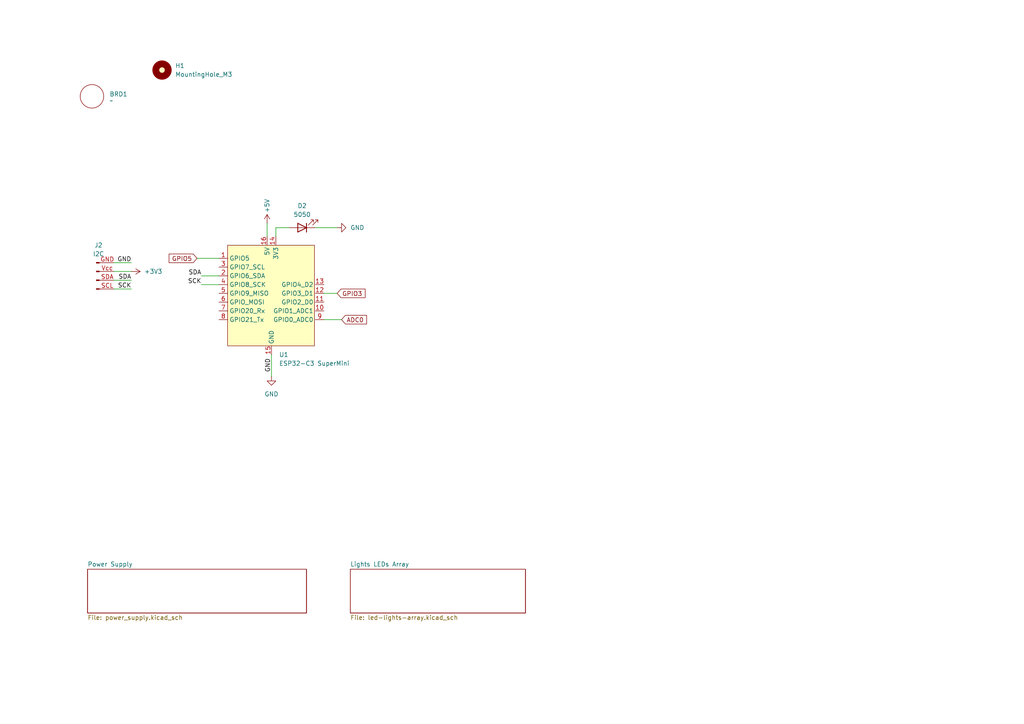
<source format=kicad_sch>
(kicad_sch (version 20231120) (generator "eeschema") (generator_version "8.0")
  (paper "A4")
  (lib_symbols
    (symbol "Alexander Symbol Library:Conn_I2C" (pin_names (offset 1.016) hide)
      (property "Reference" "J" (at 0 5.08 0))
      (property "Value" "I2C" (at 0 -7.62 0))
      (symbol "Conn_I2C_1_1"
        (polyline (pts (xy 1.27 -5.08) (xy 0.8636 -5.08)) (stroke (width 0.1524)))
        (polyline (pts (xy 1.27 -2.54) (xy 0.8636 -2.54)) (stroke (width 0.1524)))
        (polyline (pts (xy 1.27 0) (xy 0.8636 0)) (stroke (width 0.1524)))
        (polyline (pts (xy 1.27 2.54) (xy 0.8636 2.54)) (stroke (width 0.1524)))
        (rectangle (start 0.8636 -4.953) (end 0 -5.207) (stroke (width 0.1524)) (fill (type outline)))
        (rectangle (start 0.8636 -2.413) (end 0 -2.667) (stroke (width 0.1524)) (fill (type outline)))
        (rectangle (start 0.8636 0.127) (end 0 -0.127) (stroke (width 0.1524)) (fill (type outline)))
        (rectangle (start 0.8636 2.667) (end 0 2.413) (stroke (width 0.1524)) (fill (type outline)))
        (pin power_out line (at 5.08 2.54 180) (length 3.81) (name "GND") (number "GND"))
        (pin bidirectional line (at 5.08 -5.08 180) (length 3.81) (name "SCL") (number "SCL"))
        (pin bidirectional line (at 5.08 -2.54 180) (length 3.81) (name "SDA") (number "SDA"))
        (pin power_in line (at 5.08 0 180) (length 3.81) (name "VCC") (number "Vcc"))
      )
    )
    (symbol "Alexander Symbol Library:ESP32-C3-SuperMini"
      (property "Reference" "U" (at 0 0 0))
      (property "Value" "ESP32-C3 SuperMini" (at 25.654 0 0))
      (symbol "ESP32-C3-SuperMini_0_1"
        (rectangle (start 0 -2.54) (end 25.146 -31.75) (fill (type background)))
      )
      (symbol "ESP32-C3-SuperMini_1_1"
        (pin bidirectional line (at -2.54 -6.35 0) (length 2.54) (name "GPIO5") (number "1"))
        (pin bidirectional line (at 27.94 -21.59 180) (length 2.54) (name "GPIO1_ADC1") (number "10"))
        (pin bidirectional line (at 27.94 -19.05 180) (length 2.54) (name "GPIO2_D0") (number "11"))
        (pin bidirectional line (at 27.94 -16.51 180) (length 2.54) (name "GPIO3_D1") (number "12"))
        (pin bidirectional line (at 27.94 -13.97 180) (length 2.54) (name "GPIO4_D2") (number "13"))
        (pin power_in line (at 13.97 0 270) (length 2.54) (name "3V3") (number "14"))
        (pin power_out line (at 12.7 -34.29 90) (length 2.54) (name "GND") (number "15"))
        (pin power_in line (at 11.43 0 270) (length 2.54) (name "5V") (number "16"))
        (pin bidirectional line (at -2.54 -11.43 0) (length 2.54) (name "GPIO6_SDA") (number "2"))
        (pin bidirectional line (at -2.54 -8.89 0) (length 2.54) (name "GPIO7_SCL") (number "3"))
        (pin bidirectional line (at -2.54 -13.97 0) (length 2.54) (name "GPIO8_SCK") (number "4"))
        (pin bidirectional line (at -2.54 -16.51 0) (length 2.54) (name "GPIO9_MISO") (number "5"))
        (pin bidirectional line (at -2.54 -19.05 0) (length 2.54) (name "GPIO_MOSI") (number "6"))
        (pin bidirectional line (at -2.54 -21.59 0) (length 2.54) (name "GPIO20_Rx") (number "7"))
        (pin bidirectional line (at -2.54 -24.13 0) (length 2.54) (name "GPIO21_Tx") (number "8"))
        (pin bidirectional line (at 27.94 -24.13 180) (length 2.54) (name "GPIO0_ADC0") (number "9"))
      )
    )
    (symbol "Alexander_Library_Symbols:CircleBoard"
      (property "Reference" "BRD" (at 0 0 0))
      (symbol "CircleBoard_0_1"
        (circle (center 0 0) (radius 3.4078))
      )
    )
    (symbol "Device:LED" (pin_numbers hide) (pin_names (offset 1.016) hide)
      (property "Reference" "D" (at 0 2.54 0))
      (property "Value" "LED" (at 0 -2.54 0))
      (symbol "LED_0_1"
        (polyline (pts (xy -1.27 -1.27) (xy -1.27 1.27)) (stroke (width 0.254)))
        (polyline (pts (xy -1.27 0) (xy 1.27 0)))
        (polyline (pts (xy 1.27 -1.27) (xy 1.27 1.27) (xy -1.27 0) (xy 1.27 -1.27)) (stroke (width 0.254)))
        (polyline (pts (xy -3.048 -0.762) (xy -4.572 -2.286) (xy -3.81 -2.286) (xy -4.572 -2.286) (xy -4.572 -1.524)))
        (polyline (pts (xy -1.778 -0.762) (xy -3.302 -2.286) (xy -2.54 -2.286) (xy -3.302 -2.286) (xy -3.302 -1.524)))
      )
      (symbol "LED_1_1"
        (pin passive line (at -3.81 0 0) (length 2.54) (name "K") (number "1"))
        (pin passive line (at 3.81 0 180) (length 2.54) (name "A") (number "2"))
      )
    )
    (symbol "PCM_SL_Mechanical:MountingHole_M3"
      (property "Reference" "H" (at 0 7.62 0))
      (property "Value" "MountingHole_M3" (at 0 5.08 0))
      (symbol "MountingHole_M3_0_1"
        (circle (center 0 0) (radius 1.27) (fill (type background)))
        (circle (center 0 0) (radius 1.7961) (stroke (width 2)))
      )
    )
    (symbol "power:+3V3" (power) (pin_names (offset 0))
      (property "Value" "+3V3" (at 0 3.556 0))
      (symbol "+3V3_0_1"
        (polyline (pts (xy -0.762 1.27) (xy 0 2.54)))
        (polyline (pts (xy 0 0) (xy 0 2.54)))
        (polyline (pts (xy 0 2.54) (xy 0.762 1.27)))
      )
      (symbol "+3V3_1_1"
        (pin power_in line (at 0 0 90) (length 0) hide (name "+3V3") (number "1"))
      )
    )
    (symbol "power:+5V" (power) (pin_names (offset 0))
      (property "Value" "+5V" (at 0 3.556 0))
      (symbol "+5V_0_1"
        (polyline (pts (xy -0.762 1.27) (xy 0 2.54)))
        (polyline (pts (xy 0 0) (xy 0 2.54)))
        (polyline (pts (xy 0 2.54) (xy 0.762 1.27)))
      )
      (symbol "+5V_1_1"
        (pin power_in line (at 0 0 90) (length 0) hide (name "+5V") (number "1"))
      )
    )
    (symbol "power:GND" (power) (pin_numbers hide) (pin_names (offset 0) hide)
      (property "Value" "GND" (at 0 -3.81 0))
      (symbol "GND_0_1"
        (polyline (pts (xy 0 0) (xy 0 -1.27) (xy 1.27 -1.27) (xy 0 -2.54) (xy -1.27 -1.27) (xy 0 -1.27)))
      )
      (symbol "GND_1_1"
        (pin power_in line (at 0 0 270) (length 0) (name "~") (number "1"))
      )
    )
  )
  (wire (pts (xy 91.44 66.04) (xy 97.79 66.04)))
  (wire (pts (xy 77.47 64.77) (xy 77.47 68.58)))
  (wire (pts (xy 58.42 82.55) (xy 63.5 82.55)))
  (wire (pts (xy 93.98 92.71) (xy 99.06 92.71)))
  (wire (pts (xy 33.02 81.28) (xy 38.1 81.28)))
  (wire (pts (xy 33.02 83.82) (xy 38.1 83.82)))
  (wire (pts (xy 78.74 102.87) (xy 78.74 109.22)))
  (wire (pts (xy 80.01 68.58) (xy 80.01 66.04)))
  (wire (pts (xy 33.02 78.74) (xy 38.1 78.74)))
  (wire (pts (xy 93.98 85.09) (xy 97.79 85.09)))
  (wire (pts (xy 80.01 66.04) (xy 83.82 66.04)))
  (wire (pts (xy 58.42 80.01) (xy 63.5 80.01)))
  (wire (pts (xy 33.02 76.2) (xy 38.1 76.2)))
  (wire (pts (xy 57.15 74.93) (xy 63.5 74.93)))
  (label "SDA" (at 38.1 81.28 180))
  (label "SCK" (at 58.42 82.55 180))
  (label "GND" (at 38.1 76.2 180))
  (label "SDA" (at 58.42 80.01 180))
  (label "GND" (at 78.74 107.95 90))
  (label "SCK" (at 38.1 83.82 180))
  (global_label "ADC0" (shape input) (at 99.06 92.71 0) (property "Intersheetrefs" "${INTERSHEET_REFS}" (effects (hide yes))))
  (global_label "GPIO5" (shape input) (at 57.15 74.93 180) (property "Intersheetrefs" "${INTERSHEET_REFS}" (effects (hide yes))))
  (global_label "GPIO3" (shape input) (at 97.79 85.09 0) (property "Intersheetrefs" "${INTERSHEET_REFS}" (effects (hide yes))))
  (symbol (lib_id "Device:LED") (at 87.63 66.04 180) (unit 1)
    (property "Reference" "D2" (at 87.63 59.69 0))
    (property "Value" "5050" (at 87.63 62.23 0))
    (property "Footprint" "LED_SMD:LED_1210_3225Metric_Pad1.42x2.65mm_HandSolder" (effects (hide yes)))
    (property "Description" "Light emitting diode" (effects (hide yes)))
  )
  (symbol (lib_id "Alexander Symbol Library:ESP32-C3-SuperMini") (at 66.04 68.58 0) (unit 1)
    (property "Reference" "U1" (at 80.9341 102.87 0) (effects (justify left)))
    (property "Value" "ESP32-C3 SuperMini" (at 80.9341 105.41 0) (effects (justify left)))
    (property "Footprint" "Alexander Footprint Library:ESP32-C3_SuperMini" (effects (hide yes)))
  )
  (symbol (lib_id "Alexander_Library_Symbols:CircleBoard") (at 26.67 27.94 0) (unit 1)
    (property "Reference" "BRD1" (at 31.75 27.3049 0) (effects (justify left)))
    (property "Value" "~" (at 31.75 29.21 0) (effects (justify left)))
    (property "Footprint" "Alexander Footprint Library:Circle-44R" (effects (hide yes)))
  )
  (symbol (lib_id "power:+5V") (at 77.47 64.77 0) (unit 1)
    (property "Reference" "#PWR06" (effects (hide yes)))
    (property "Value" "+5V" (at 77.47 59.69 90))
  )
  (symbol (lib_id "Alexander Symbol Library:Conn_I2C") (at 27.94 78.74 0) (unit 1)
    (property "Reference" "J2" (at 28.575 71.12 0))
    (property "Value" "I2C" (at 28.575 73.66 0))
    (property "Footprint" "Alexander Footprint Library:Conn_I2C" (effects (hide yes)))
    (property "Description" "I2C connector, single row, 01x04" (effects (hide yes)))
  )
  (symbol (lib_id "power:GND") (at 78.74 109.22 0) (unit 1)
    (property "Reference" "#PWR01" (effects (hide yes)))
    (property "Value" "GND" (at 78.74 114.3 0))
    (property "Description" "Power symbol creates a global label with name \"GND\" , ground" (effects (hide yes)))
  )
  (symbol (lib_id "power:+3V3") (at 38.1 78.74 270) (unit 1)
    (property "Reference" "#PWR09" (effects (hide yes)))
    (property "Value" "+3V3" (at 44.45 78.74 90))
  )
  (symbol (lib_id "PCM_SL_Mechanical:MountingHole_M3") (at 46.99 20.32 0) (unit 1)
    (property "Reference" "H1" (at 50.8 19.0499 0) (effects (justify left)))
    (property "Value" "MountingHole_M3" (at 50.8 21.5899 0) (effects (justify left)))
    (property "Footprint" "MountingHole:MountingHole_3.2mm_M3" (effects (hide yes)))
    (property "Description" "3.2mm Diameter Mounting Hole (M3)" (effects (hide yes)))
  )
  (symbol (lib_id "power:GND") (at 97.79 66.04 90) (unit 1)
    (property "Reference" "#PWR08" (effects (hide yes)))
    (property "Value" "GND" (at 101.6 66.0399 90) (effects (justify right)))
    (property "Description" "Power symbol creates a global label with name \"GND\" , ground" (effects (hide yes)))
  )
  (sheet (at 25.4 165.1) (size 63.5 12.7) (stroke (width 0.1524))
    (property "Sheetname" "Power Supply" (at 25.4 164.3884 0) (effects (justify left bottom)))
    (property "Sheetfile" "power_supply.kicad_sch" (at 25.4 178.3846 0) (effects (justify left top)))
  )
  (sheet (at 101.6 165.1) (size 50.8 12.7) (stroke (width 0.1524))
    (property "Sheetname" "Lights LEDs Array" (at 101.6 164.3884 0) (effects (justify left bottom)))
    (property "Sheetfile" "led-lights-array.kicad_sch" (at 101.6 178.3846 0) (effects (justify left top)))
  )
)
</source>
